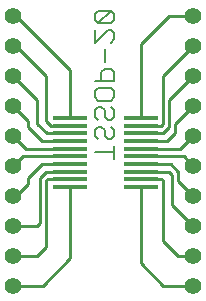
<source format=gbl>
G75*
G70*
%OFA0B0*%
%FSLAX24Y24*%
%IPPOS*%
%LPD*%
%AMOC8*
5,1,8,0,0,1.08239X$1,22.5*
%
%ADD10C,0.0060*%
%ADD11R,0.1181X0.0138*%
%ADD12C,0.0550*%
%ADD13C,0.0100*%
D10*
X005832Y011520D02*
X005832Y011306D01*
X005725Y011200D01*
X005298Y011200D01*
X005725Y011627D01*
X005298Y011627D01*
X005191Y011520D01*
X005191Y011306D01*
X005298Y011200D01*
X005191Y010982D02*
X005191Y010555D01*
X005618Y010982D01*
X005725Y010982D01*
X005832Y010875D01*
X005832Y010662D01*
X005725Y010555D01*
X005512Y010338D02*
X005512Y009911D01*
X005512Y009693D02*
X005405Y009586D01*
X005405Y009266D01*
X005298Y009049D02*
X005725Y009049D01*
X005832Y008942D01*
X005832Y008728D01*
X005725Y008622D01*
X005298Y008622D01*
X005191Y008728D01*
X005191Y008942D01*
X005298Y009049D01*
X005191Y009266D02*
X005832Y009266D01*
X005832Y009586D01*
X005725Y009693D01*
X005512Y009693D01*
X005405Y008404D02*
X005298Y008404D01*
X005191Y008297D01*
X005191Y008084D01*
X005298Y007977D01*
X005298Y007759D02*
X005191Y007653D01*
X005191Y007439D01*
X005298Y007332D01*
X005512Y007439D02*
X005512Y007653D01*
X005405Y007759D01*
X005298Y007759D01*
X005512Y007439D02*
X005618Y007332D01*
X005725Y007332D01*
X005832Y007439D01*
X005832Y007653D01*
X005725Y007759D01*
X005725Y007977D02*
X005618Y007977D01*
X005512Y008084D01*
X005512Y008297D01*
X005405Y008404D01*
X005725Y008404D02*
X005832Y008297D01*
X005832Y008084D01*
X005725Y007977D01*
X005832Y007115D02*
X005832Y006688D01*
X005832Y006901D02*
X005191Y006901D01*
X005832Y011520D02*
X005725Y011627D01*
D11*
X006719Y008045D03*
X006709Y007793D03*
X006709Y007537D03*
X006709Y007281D03*
X006709Y007025D03*
X006709Y006769D03*
X006709Y006513D03*
X006709Y006258D03*
X006709Y006002D03*
X006709Y005746D03*
X004367Y005746D03*
X004367Y006002D03*
X004367Y006258D03*
X004367Y006513D03*
X004367Y006769D03*
X004367Y007025D03*
X004367Y007281D03*
X004367Y007537D03*
X004367Y007793D03*
X004367Y008049D03*
D12*
X002461Y002458D03*
X002461Y003458D03*
X002461Y004458D03*
X002461Y005458D03*
X002461Y006458D03*
X002461Y007458D03*
X002461Y008458D03*
X002461Y009458D03*
X002461Y010458D03*
X002461Y011458D03*
X008461Y011458D03*
X008461Y010458D03*
X008461Y009458D03*
X008461Y008458D03*
X008461Y007458D03*
X008461Y006458D03*
X008461Y005458D03*
X008461Y004458D03*
X008461Y003458D03*
X008461Y002458D03*
D13*
X007461Y002458D01*
X006709Y003210D01*
X006709Y005746D01*
X006709Y006002D02*
X007418Y006002D01*
X007461Y005958D01*
X007461Y003958D01*
X007961Y003458D01*
X008361Y003458D01*
X008461Y003558D01*
X008461Y003458D01*
X008461Y004458D02*
X007761Y005158D01*
X007761Y006158D01*
X007662Y006258D01*
X006709Y006258D01*
X006709Y006513D02*
X007706Y006513D01*
X007961Y006258D01*
X007961Y005958D01*
X008461Y005458D01*
X008461Y006458D02*
X008150Y006769D01*
X006709Y006769D01*
X006709Y007025D02*
X008029Y007025D01*
X008461Y007458D01*
X007861Y007558D02*
X007861Y007858D01*
X008461Y008458D01*
X007861Y007558D02*
X007585Y007281D01*
X006709Y007281D01*
X006709Y007537D02*
X007441Y007537D01*
X007661Y007758D01*
X007661Y008658D01*
X008461Y009458D01*
X007461Y009458D02*
X008461Y010458D01*
X008461Y011458D02*
X007661Y011458D01*
X006719Y010515D01*
X006719Y008045D01*
X006709Y007793D02*
X007396Y007793D01*
X007461Y007858D01*
X007461Y009458D01*
X004367Y009653D02*
X004367Y008049D01*
X004367Y007793D02*
X003726Y007793D01*
X003561Y007958D01*
X003561Y009458D01*
X002561Y010458D01*
X002461Y010458D01*
X002461Y011458D02*
X002561Y011458D01*
X004367Y009653D01*
X003261Y008658D02*
X002461Y009458D01*
X002461Y008458D02*
X002961Y007958D01*
X002961Y007758D01*
X003438Y007281D01*
X004367Y007281D01*
X004367Y007025D02*
X002894Y007025D01*
X002461Y007458D01*
X002773Y006769D02*
X002461Y006458D01*
X002773Y006769D02*
X004367Y006769D01*
X004367Y006513D02*
X003417Y006513D01*
X002961Y006058D01*
X002961Y005858D01*
X002561Y005458D01*
X002461Y005458D01*
X002461Y004458D02*
X003261Y004458D01*
X003361Y004558D01*
X003361Y006058D01*
X003561Y006258D01*
X004367Y006258D01*
X004367Y006002D02*
X003605Y006002D01*
X003561Y005958D01*
X003561Y003758D01*
X003261Y003458D01*
X002461Y003458D01*
X002361Y003458D01*
X002461Y002458D02*
X003461Y002458D01*
X004367Y003363D01*
X004367Y005746D01*
X004367Y007537D02*
X003582Y007537D01*
X003261Y007858D01*
X003261Y008658D01*
M02*

</source>
